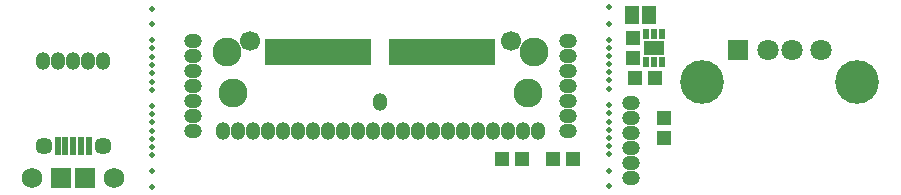
<source format=gbr>
G04 DipTrace 2.4.0.2*
%INTopMask.gbr*%
%MOIN*%
%ADD47C,0.0669*%
%ADD48C,0.02*%
%ADD59R,0.071X0.0474*%
%ADD61R,0.0198X0.0356*%
%ADD67R,0.0474X0.0612*%
%ADD69O,0.0496X0.0592*%
%ADD71O,0.0592X0.0496*%
%ADD73R,0.0671X0.0671*%
%ADD75C,0.0691*%
%ADD77C,0.0572*%
%ADD79R,0.0238X0.0612*%
%ADD81C,0.1458*%
%ADD83C,0.071*%
%ADD85R,0.071X0.071*%
%ADD87C,0.0966*%
%ADD89R,0.0206X0.0907*%
%ADD91R,0.0513X0.0474*%
%ADD93R,0.0474X0.0513*%
%FSLAX44Y44*%
G04*
G70*
G90*
G75*
G01*
%LNTopMask*%
%LPD*%
D93*
X24993Y9186D3*
Y8517D3*
D91*
X25737Y7834D3*
X25068D3*
D89*
X20308Y8693D3*
X20111D3*
X19914D3*
X19718D3*
X19521D3*
X19324D3*
X19127D3*
X18930D3*
X18733D3*
X18536D3*
X18340D3*
X18143D3*
X17946D3*
X17749D3*
X17552D3*
X17355D3*
X17159D3*
X16962D3*
X16174D3*
X15977D3*
X15781D3*
X15584D3*
X15387D3*
X15190D3*
X14993D3*
X14796D3*
X14599D3*
X14403D3*
X14206D3*
X14009D3*
X13812D3*
X13615D3*
X13418D3*
X13222D3*
X13025D3*
X12828D3*
D87*
X21483Y7337D3*
X11458Y8693D3*
X11665Y7346D3*
X21693Y8693D3*
D47*
X20909Y9087D3*
X12227D3*
D85*
X28508Y8758D3*
D83*
X29492D3*
X30279D3*
X31264D3*
D81*
X27299Y7691D3*
X32472D3*
D79*
X5818Y5568D3*
X6074D3*
X6330D3*
X6586D3*
X6842D3*
D77*
X5346D3*
X7314D3*
D75*
X4952Y4505D3*
X7708D3*
D73*
X5936D3*
X6724D3*
D71*
X10318Y9068D3*
Y8568D3*
Y8068D3*
Y7568D3*
Y7068D3*
Y6568D3*
Y6068D3*
D69*
X11318D3*
X11818D3*
X12318D3*
X12818D3*
X13318D3*
X13818D3*
X14318D3*
X14818D3*
X15318D3*
X15818D3*
X16318D3*
X16818D3*
X17318D3*
X17818D3*
X18318D3*
X18818D3*
X19318D3*
X19818D3*
X20318D3*
X20818D3*
X21318D3*
X21818D3*
D71*
X22818D3*
Y6568D3*
Y7068D3*
Y7568D3*
Y8068D3*
Y8568D3*
Y9068D3*
D67*
X24943Y9943D3*
X25534D3*
D93*
X26039Y5852D3*
Y6521D3*
D91*
X20631Y5130D3*
X21300D3*
X23006D3*
X22336D3*
D61*
X25943Y9318D3*
X25687D3*
X25431D3*
Y8373D3*
X25687D3*
X25943D3*
D59*
X25687Y8846D3*
D48*
X24180Y9646D3*
Y5559D3*
Y6105D3*
Y5832D3*
Y4751D3*
Y5298D3*
Y8566D3*
Y9112D3*
Y8839D3*
Y7484D3*
Y10193D3*
Y8031D3*
Y7758D3*
Y6677D3*
Y6950D3*
Y8304D3*
Y6378D3*
Y4239D3*
D71*
X24912Y7019D3*
Y6519D3*
Y6019D3*
Y5519D3*
Y5019D3*
Y4519D3*
D69*
X5318Y8414D3*
X5818D3*
X6318D3*
X6818D3*
X7318D3*
D48*
X8955Y4740D3*
Y8827D3*
Y8281D3*
Y8554D3*
Y9635D3*
Y9088D3*
Y5820D3*
Y5274D3*
Y5547D3*
Y6902D3*
Y4193D3*
Y6355D3*
Y6628D3*
Y7709D3*
Y7436D3*
Y6082D3*
Y8008D3*
Y10147D3*
D69*
X16564Y7053D3*
M02*

</source>
